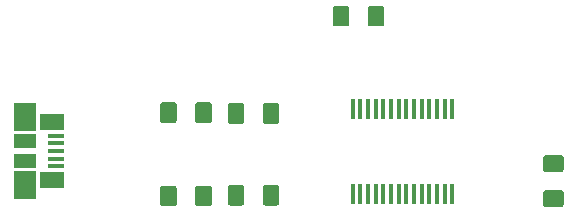
<source format=gbr>
%TF.GenerationSoftware,KiCad,Pcbnew,5.1.4-3.fc30*%
%TF.CreationDate,2019-10-19T14:32:08+02:00*%
%TF.ProjectId,ft232rl_converter_v1,66743233-3272-46c5-9f63-6f6e76657274,1.0*%
%TF.SameCoordinates,PX4fefde0PY4d83c00*%
%TF.FileFunction,Paste,Top*%
%TF.FilePolarity,Positive*%
%FSLAX46Y46*%
G04 Gerber Fmt 4.6, Leading zero omitted, Abs format (unit mm)*
G04 Created by KiCad (PCBNEW 5.1.4-3.fc30) date 2019-10-19 14:32:08*
%MOMM*%
%LPD*%
G04 APERTURE LIST*
%ADD10R,0.450000X1.750000*%
%ADD11C,0.150000*%
%ADD12C,1.425000*%
%ADD13R,1.900000X1.175000*%
%ADD14R,1.900000X2.375000*%
%ADD15R,2.100000X1.475000*%
%ADD16R,1.380000X0.450000*%
G04 APERTURE END LIST*
D10*
%TO.C,U1*%
X39070000Y12275000D03*
X38420000Y12275000D03*
X37770000Y12275000D03*
X37120000Y12275000D03*
X36470000Y12275000D03*
X35820000Y12275000D03*
X35170000Y12275000D03*
X34520000Y12275000D03*
X33870000Y12275000D03*
X33220000Y12275000D03*
X32570000Y12275000D03*
X31920000Y12275000D03*
X31270000Y12275000D03*
X30620000Y12275000D03*
X30620000Y19475000D03*
X31270000Y19475000D03*
X31920000Y19475000D03*
X32570000Y19475000D03*
X33220000Y19475000D03*
X33870000Y19475000D03*
X34520000Y19475000D03*
X35170000Y19475000D03*
X35820000Y19475000D03*
X36470000Y19475000D03*
X37120000Y19475000D03*
X37770000Y19475000D03*
X38420000Y19475000D03*
X39070000Y19475000D03*
%TD*%
D11*
%TO.C,FB1*%
G36*
X15509504Y20000496D02*
G01*
X15533773Y19996896D01*
X15557571Y19990935D01*
X15580671Y19982670D01*
X15602849Y19972180D01*
X15623893Y19959567D01*
X15643598Y19944953D01*
X15661777Y19928477D01*
X15678253Y19910298D01*
X15692867Y19890593D01*
X15705480Y19869549D01*
X15715970Y19847371D01*
X15724235Y19824271D01*
X15730196Y19800473D01*
X15733796Y19776204D01*
X15735000Y19751700D01*
X15735000Y18501700D01*
X15733796Y18477196D01*
X15730196Y18452927D01*
X15724235Y18429129D01*
X15715970Y18406029D01*
X15705480Y18383851D01*
X15692867Y18362807D01*
X15678253Y18343102D01*
X15661777Y18324923D01*
X15643598Y18308447D01*
X15623893Y18293833D01*
X15602849Y18281220D01*
X15580671Y18270730D01*
X15557571Y18262465D01*
X15533773Y18256504D01*
X15509504Y18252904D01*
X15485000Y18251700D01*
X14560000Y18251700D01*
X14535496Y18252904D01*
X14511227Y18256504D01*
X14487429Y18262465D01*
X14464329Y18270730D01*
X14442151Y18281220D01*
X14421107Y18293833D01*
X14401402Y18308447D01*
X14383223Y18324923D01*
X14366747Y18343102D01*
X14352133Y18362807D01*
X14339520Y18383851D01*
X14329030Y18406029D01*
X14320765Y18429129D01*
X14314804Y18452927D01*
X14311204Y18477196D01*
X14310000Y18501700D01*
X14310000Y19751700D01*
X14311204Y19776204D01*
X14314804Y19800473D01*
X14320765Y19824271D01*
X14329030Y19847371D01*
X14339520Y19869549D01*
X14352133Y19890593D01*
X14366747Y19910298D01*
X14383223Y19928477D01*
X14401402Y19944953D01*
X14421107Y19959567D01*
X14442151Y19972180D01*
X14464329Y19982670D01*
X14487429Y19990935D01*
X14511227Y19996896D01*
X14535496Y20000496D01*
X14560000Y20001700D01*
X15485000Y20001700D01*
X15509504Y20000496D01*
X15509504Y20000496D01*
G37*
D12*
X15022500Y19126700D03*
D11*
G36*
X18484504Y20000496D02*
G01*
X18508773Y19996896D01*
X18532571Y19990935D01*
X18555671Y19982670D01*
X18577849Y19972180D01*
X18598893Y19959567D01*
X18618598Y19944953D01*
X18636777Y19928477D01*
X18653253Y19910298D01*
X18667867Y19890593D01*
X18680480Y19869549D01*
X18690970Y19847371D01*
X18699235Y19824271D01*
X18705196Y19800473D01*
X18708796Y19776204D01*
X18710000Y19751700D01*
X18710000Y18501700D01*
X18708796Y18477196D01*
X18705196Y18452927D01*
X18699235Y18429129D01*
X18690970Y18406029D01*
X18680480Y18383851D01*
X18667867Y18362807D01*
X18653253Y18343102D01*
X18636777Y18324923D01*
X18618598Y18308447D01*
X18598893Y18293833D01*
X18577849Y18281220D01*
X18555671Y18270730D01*
X18532571Y18262465D01*
X18508773Y18256504D01*
X18484504Y18252904D01*
X18460000Y18251700D01*
X17535000Y18251700D01*
X17510496Y18252904D01*
X17486227Y18256504D01*
X17462429Y18262465D01*
X17439329Y18270730D01*
X17417151Y18281220D01*
X17396107Y18293833D01*
X17376402Y18308447D01*
X17358223Y18324923D01*
X17341747Y18343102D01*
X17327133Y18362807D01*
X17314520Y18383851D01*
X17304030Y18406029D01*
X17295765Y18429129D01*
X17289804Y18452927D01*
X17286204Y18477196D01*
X17285000Y18501700D01*
X17285000Y19751700D01*
X17286204Y19776204D01*
X17289804Y19800473D01*
X17295765Y19824271D01*
X17304030Y19847371D01*
X17314520Y19869549D01*
X17327133Y19890593D01*
X17341747Y19910298D01*
X17358223Y19928477D01*
X17376402Y19944953D01*
X17396107Y19959567D01*
X17417151Y19972180D01*
X17439329Y19982670D01*
X17462429Y19990935D01*
X17486227Y19996896D01*
X17510496Y20000496D01*
X17535000Y20001700D01*
X18460000Y20001700D01*
X18484504Y20000496D01*
X18484504Y20000496D01*
G37*
D12*
X17997500Y19126700D03*
%TD*%
D11*
%TO.C,C1*%
G36*
X24199504Y19923796D02*
G01*
X24223773Y19920196D01*
X24247571Y19914235D01*
X24270671Y19905970D01*
X24292849Y19895480D01*
X24313893Y19882867D01*
X24333598Y19868253D01*
X24351777Y19851777D01*
X24368253Y19833598D01*
X24382867Y19813893D01*
X24395480Y19792849D01*
X24405970Y19770671D01*
X24414235Y19747571D01*
X24420196Y19723773D01*
X24423796Y19699504D01*
X24425000Y19675000D01*
X24425000Y18425000D01*
X24423796Y18400496D01*
X24420196Y18376227D01*
X24414235Y18352429D01*
X24405970Y18329329D01*
X24395480Y18307151D01*
X24382867Y18286107D01*
X24368253Y18266402D01*
X24351777Y18248223D01*
X24333598Y18231747D01*
X24313893Y18217133D01*
X24292849Y18204520D01*
X24270671Y18194030D01*
X24247571Y18185765D01*
X24223773Y18179804D01*
X24199504Y18176204D01*
X24175000Y18175000D01*
X23250000Y18175000D01*
X23225496Y18176204D01*
X23201227Y18179804D01*
X23177429Y18185765D01*
X23154329Y18194030D01*
X23132151Y18204520D01*
X23111107Y18217133D01*
X23091402Y18231747D01*
X23073223Y18248223D01*
X23056747Y18266402D01*
X23042133Y18286107D01*
X23029520Y18307151D01*
X23019030Y18329329D01*
X23010765Y18352429D01*
X23004804Y18376227D01*
X23001204Y18400496D01*
X23000000Y18425000D01*
X23000000Y19675000D01*
X23001204Y19699504D01*
X23004804Y19723773D01*
X23010765Y19747571D01*
X23019030Y19770671D01*
X23029520Y19792849D01*
X23042133Y19813893D01*
X23056747Y19833598D01*
X23073223Y19851777D01*
X23091402Y19868253D01*
X23111107Y19882867D01*
X23132151Y19895480D01*
X23154329Y19905970D01*
X23177429Y19914235D01*
X23201227Y19920196D01*
X23225496Y19923796D01*
X23250000Y19925000D01*
X24175000Y19925000D01*
X24199504Y19923796D01*
X24199504Y19923796D01*
G37*
D12*
X23712500Y19050000D03*
D11*
G36*
X21224504Y19923796D02*
G01*
X21248773Y19920196D01*
X21272571Y19914235D01*
X21295671Y19905970D01*
X21317849Y19895480D01*
X21338893Y19882867D01*
X21358598Y19868253D01*
X21376777Y19851777D01*
X21393253Y19833598D01*
X21407867Y19813893D01*
X21420480Y19792849D01*
X21430970Y19770671D01*
X21439235Y19747571D01*
X21445196Y19723773D01*
X21448796Y19699504D01*
X21450000Y19675000D01*
X21450000Y18425000D01*
X21448796Y18400496D01*
X21445196Y18376227D01*
X21439235Y18352429D01*
X21430970Y18329329D01*
X21420480Y18307151D01*
X21407867Y18286107D01*
X21393253Y18266402D01*
X21376777Y18248223D01*
X21358598Y18231747D01*
X21338893Y18217133D01*
X21317849Y18204520D01*
X21295671Y18194030D01*
X21272571Y18185765D01*
X21248773Y18179804D01*
X21224504Y18176204D01*
X21200000Y18175000D01*
X20275000Y18175000D01*
X20250496Y18176204D01*
X20226227Y18179804D01*
X20202429Y18185765D01*
X20179329Y18194030D01*
X20157151Y18204520D01*
X20136107Y18217133D01*
X20116402Y18231747D01*
X20098223Y18248223D01*
X20081747Y18266402D01*
X20067133Y18286107D01*
X20054520Y18307151D01*
X20044030Y18329329D01*
X20035765Y18352429D01*
X20029804Y18376227D01*
X20026204Y18400496D01*
X20025000Y18425000D01*
X20025000Y19675000D01*
X20026204Y19699504D01*
X20029804Y19723773D01*
X20035765Y19747571D01*
X20044030Y19770671D01*
X20054520Y19792849D01*
X20067133Y19813893D01*
X20081747Y19833598D01*
X20098223Y19851777D01*
X20116402Y19868253D01*
X20136107Y19882867D01*
X20157151Y19895480D01*
X20179329Y19905970D01*
X20202429Y19914235D01*
X20226227Y19920196D01*
X20250496Y19923796D01*
X20275000Y19925000D01*
X21200000Y19925000D01*
X21224504Y19923796D01*
X21224504Y19923796D01*
G37*
D12*
X20737500Y19050000D03*
%TD*%
D11*
%TO.C,C2*%
G36*
X18484504Y12938796D02*
G01*
X18508773Y12935196D01*
X18532571Y12929235D01*
X18555671Y12920970D01*
X18577849Y12910480D01*
X18598893Y12897867D01*
X18618598Y12883253D01*
X18636777Y12866777D01*
X18653253Y12848598D01*
X18667867Y12828893D01*
X18680480Y12807849D01*
X18690970Y12785671D01*
X18699235Y12762571D01*
X18705196Y12738773D01*
X18708796Y12714504D01*
X18710000Y12690000D01*
X18710000Y11440000D01*
X18708796Y11415496D01*
X18705196Y11391227D01*
X18699235Y11367429D01*
X18690970Y11344329D01*
X18680480Y11322151D01*
X18667867Y11301107D01*
X18653253Y11281402D01*
X18636777Y11263223D01*
X18618598Y11246747D01*
X18598893Y11232133D01*
X18577849Y11219520D01*
X18555671Y11209030D01*
X18532571Y11200765D01*
X18508773Y11194804D01*
X18484504Y11191204D01*
X18460000Y11190000D01*
X17535000Y11190000D01*
X17510496Y11191204D01*
X17486227Y11194804D01*
X17462429Y11200765D01*
X17439329Y11209030D01*
X17417151Y11219520D01*
X17396107Y11232133D01*
X17376402Y11246747D01*
X17358223Y11263223D01*
X17341747Y11281402D01*
X17327133Y11301107D01*
X17314520Y11322151D01*
X17304030Y11344329D01*
X17295765Y11367429D01*
X17289804Y11391227D01*
X17286204Y11415496D01*
X17285000Y11440000D01*
X17285000Y12690000D01*
X17286204Y12714504D01*
X17289804Y12738773D01*
X17295765Y12762571D01*
X17304030Y12785671D01*
X17314520Y12807849D01*
X17327133Y12828893D01*
X17341747Y12848598D01*
X17358223Y12866777D01*
X17376402Y12883253D01*
X17396107Y12897867D01*
X17417151Y12910480D01*
X17439329Y12920970D01*
X17462429Y12929235D01*
X17486227Y12935196D01*
X17510496Y12938796D01*
X17535000Y12940000D01*
X18460000Y12940000D01*
X18484504Y12938796D01*
X18484504Y12938796D01*
G37*
D12*
X17997500Y12065000D03*
D11*
G36*
X15509504Y12938796D02*
G01*
X15533773Y12935196D01*
X15557571Y12929235D01*
X15580671Y12920970D01*
X15602849Y12910480D01*
X15623893Y12897867D01*
X15643598Y12883253D01*
X15661777Y12866777D01*
X15678253Y12848598D01*
X15692867Y12828893D01*
X15705480Y12807849D01*
X15715970Y12785671D01*
X15724235Y12762571D01*
X15730196Y12738773D01*
X15733796Y12714504D01*
X15735000Y12690000D01*
X15735000Y11440000D01*
X15733796Y11415496D01*
X15730196Y11391227D01*
X15724235Y11367429D01*
X15715970Y11344329D01*
X15705480Y11322151D01*
X15692867Y11301107D01*
X15678253Y11281402D01*
X15661777Y11263223D01*
X15643598Y11246747D01*
X15623893Y11232133D01*
X15602849Y11219520D01*
X15580671Y11209030D01*
X15557571Y11200765D01*
X15533773Y11194804D01*
X15509504Y11191204D01*
X15485000Y11190000D01*
X14560000Y11190000D01*
X14535496Y11191204D01*
X14511227Y11194804D01*
X14487429Y11200765D01*
X14464329Y11209030D01*
X14442151Y11219520D01*
X14421107Y11232133D01*
X14401402Y11246747D01*
X14383223Y11263223D01*
X14366747Y11281402D01*
X14352133Y11301107D01*
X14339520Y11322151D01*
X14329030Y11344329D01*
X14320765Y11367429D01*
X14314804Y11391227D01*
X14311204Y11415496D01*
X14310000Y11440000D01*
X14310000Y12690000D01*
X14311204Y12714504D01*
X14314804Y12738773D01*
X14320765Y12762571D01*
X14329030Y12785671D01*
X14339520Y12807849D01*
X14352133Y12828893D01*
X14366747Y12848598D01*
X14383223Y12866777D01*
X14401402Y12883253D01*
X14421107Y12897867D01*
X14442151Y12910480D01*
X14464329Y12920970D01*
X14487429Y12929235D01*
X14511227Y12935196D01*
X14535496Y12938796D01*
X14560000Y12940000D01*
X15485000Y12940000D01*
X15509504Y12938796D01*
X15509504Y12938796D01*
G37*
D12*
X15022500Y12065000D03*
%TD*%
D11*
%TO.C,C3*%
G36*
X21224504Y13003796D02*
G01*
X21248773Y13000196D01*
X21272571Y12994235D01*
X21295671Y12985970D01*
X21317849Y12975480D01*
X21338893Y12962867D01*
X21358598Y12948253D01*
X21376777Y12931777D01*
X21393253Y12913598D01*
X21407867Y12893893D01*
X21420480Y12872849D01*
X21430970Y12850671D01*
X21439235Y12827571D01*
X21445196Y12803773D01*
X21448796Y12779504D01*
X21450000Y12755000D01*
X21450000Y11505000D01*
X21448796Y11480496D01*
X21445196Y11456227D01*
X21439235Y11432429D01*
X21430970Y11409329D01*
X21420480Y11387151D01*
X21407867Y11366107D01*
X21393253Y11346402D01*
X21376777Y11328223D01*
X21358598Y11311747D01*
X21338893Y11297133D01*
X21317849Y11284520D01*
X21295671Y11274030D01*
X21272571Y11265765D01*
X21248773Y11259804D01*
X21224504Y11256204D01*
X21200000Y11255000D01*
X20275000Y11255000D01*
X20250496Y11256204D01*
X20226227Y11259804D01*
X20202429Y11265765D01*
X20179329Y11274030D01*
X20157151Y11284520D01*
X20136107Y11297133D01*
X20116402Y11311747D01*
X20098223Y11328223D01*
X20081747Y11346402D01*
X20067133Y11366107D01*
X20054520Y11387151D01*
X20044030Y11409329D01*
X20035765Y11432429D01*
X20029804Y11456227D01*
X20026204Y11480496D01*
X20025000Y11505000D01*
X20025000Y12755000D01*
X20026204Y12779504D01*
X20029804Y12803773D01*
X20035765Y12827571D01*
X20044030Y12850671D01*
X20054520Y12872849D01*
X20067133Y12893893D01*
X20081747Y12913598D01*
X20098223Y12931777D01*
X20116402Y12948253D01*
X20136107Y12962867D01*
X20157151Y12975480D01*
X20179329Y12985970D01*
X20202429Y12994235D01*
X20226227Y13000196D01*
X20250496Y13003796D01*
X20275000Y13005000D01*
X21200000Y13005000D01*
X21224504Y13003796D01*
X21224504Y13003796D01*
G37*
D12*
X20737500Y12130000D03*
D11*
G36*
X24199504Y13003796D02*
G01*
X24223773Y13000196D01*
X24247571Y12994235D01*
X24270671Y12985970D01*
X24292849Y12975480D01*
X24313893Y12962867D01*
X24333598Y12948253D01*
X24351777Y12931777D01*
X24368253Y12913598D01*
X24382867Y12893893D01*
X24395480Y12872849D01*
X24405970Y12850671D01*
X24414235Y12827571D01*
X24420196Y12803773D01*
X24423796Y12779504D01*
X24425000Y12755000D01*
X24425000Y11505000D01*
X24423796Y11480496D01*
X24420196Y11456227D01*
X24414235Y11432429D01*
X24405970Y11409329D01*
X24395480Y11387151D01*
X24382867Y11366107D01*
X24368253Y11346402D01*
X24351777Y11328223D01*
X24333598Y11311747D01*
X24313893Y11297133D01*
X24292849Y11284520D01*
X24270671Y11274030D01*
X24247571Y11265765D01*
X24223773Y11259804D01*
X24199504Y11256204D01*
X24175000Y11255000D01*
X23250000Y11255000D01*
X23225496Y11256204D01*
X23201227Y11259804D01*
X23177429Y11265765D01*
X23154329Y11274030D01*
X23132151Y11284520D01*
X23111107Y11297133D01*
X23091402Y11311747D01*
X23073223Y11328223D01*
X23056747Y11346402D01*
X23042133Y11366107D01*
X23029520Y11387151D01*
X23019030Y11409329D01*
X23010765Y11432429D01*
X23004804Y11456227D01*
X23001204Y11480496D01*
X23000000Y11505000D01*
X23000000Y12755000D01*
X23001204Y12779504D01*
X23004804Y12803773D01*
X23010765Y12827571D01*
X23019030Y12850671D01*
X23029520Y12872849D01*
X23042133Y12893893D01*
X23056747Y12913598D01*
X23073223Y12931777D01*
X23091402Y12948253D01*
X23111107Y12962867D01*
X23132151Y12975480D01*
X23154329Y12985970D01*
X23177429Y12994235D01*
X23201227Y13000196D01*
X23225496Y13003796D01*
X23250000Y13005000D01*
X24175000Y13005000D01*
X24199504Y13003796D01*
X24199504Y13003796D01*
G37*
D12*
X23712500Y12130000D03*
%TD*%
D11*
%TO.C,C4*%
G36*
X48274504Y12558796D02*
G01*
X48298773Y12555196D01*
X48322571Y12549235D01*
X48345671Y12540970D01*
X48367849Y12530480D01*
X48388893Y12517867D01*
X48408598Y12503253D01*
X48426777Y12486777D01*
X48443253Y12468598D01*
X48457867Y12448893D01*
X48470480Y12427849D01*
X48480970Y12405671D01*
X48489235Y12382571D01*
X48495196Y12358773D01*
X48498796Y12334504D01*
X48500000Y12310000D01*
X48500000Y11385000D01*
X48498796Y11360496D01*
X48495196Y11336227D01*
X48489235Y11312429D01*
X48480970Y11289329D01*
X48470480Y11267151D01*
X48457867Y11246107D01*
X48443253Y11226402D01*
X48426777Y11208223D01*
X48408598Y11191747D01*
X48388893Y11177133D01*
X48367849Y11164520D01*
X48345671Y11154030D01*
X48322571Y11145765D01*
X48298773Y11139804D01*
X48274504Y11136204D01*
X48250000Y11135000D01*
X47000000Y11135000D01*
X46975496Y11136204D01*
X46951227Y11139804D01*
X46927429Y11145765D01*
X46904329Y11154030D01*
X46882151Y11164520D01*
X46861107Y11177133D01*
X46841402Y11191747D01*
X46823223Y11208223D01*
X46806747Y11226402D01*
X46792133Y11246107D01*
X46779520Y11267151D01*
X46769030Y11289329D01*
X46760765Y11312429D01*
X46754804Y11336227D01*
X46751204Y11360496D01*
X46750000Y11385000D01*
X46750000Y12310000D01*
X46751204Y12334504D01*
X46754804Y12358773D01*
X46760765Y12382571D01*
X46769030Y12405671D01*
X46779520Y12427849D01*
X46792133Y12448893D01*
X46806747Y12468598D01*
X46823223Y12486777D01*
X46841402Y12503253D01*
X46861107Y12517867D01*
X46882151Y12530480D01*
X46904329Y12540970D01*
X46927429Y12549235D01*
X46951227Y12555196D01*
X46975496Y12558796D01*
X47000000Y12560000D01*
X48250000Y12560000D01*
X48274504Y12558796D01*
X48274504Y12558796D01*
G37*
D12*
X47625000Y11847500D03*
D11*
G36*
X48274504Y15533796D02*
G01*
X48298773Y15530196D01*
X48322571Y15524235D01*
X48345671Y15515970D01*
X48367849Y15505480D01*
X48388893Y15492867D01*
X48408598Y15478253D01*
X48426777Y15461777D01*
X48443253Y15443598D01*
X48457867Y15423893D01*
X48470480Y15402849D01*
X48480970Y15380671D01*
X48489235Y15357571D01*
X48495196Y15333773D01*
X48498796Y15309504D01*
X48500000Y15285000D01*
X48500000Y14360000D01*
X48498796Y14335496D01*
X48495196Y14311227D01*
X48489235Y14287429D01*
X48480970Y14264329D01*
X48470480Y14242151D01*
X48457867Y14221107D01*
X48443253Y14201402D01*
X48426777Y14183223D01*
X48408598Y14166747D01*
X48388893Y14152133D01*
X48367849Y14139520D01*
X48345671Y14129030D01*
X48322571Y14120765D01*
X48298773Y14114804D01*
X48274504Y14111204D01*
X48250000Y14110000D01*
X47000000Y14110000D01*
X46975496Y14111204D01*
X46951227Y14114804D01*
X46927429Y14120765D01*
X46904329Y14129030D01*
X46882151Y14139520D01*
X46861107Y14152133D01*
X46841402Y14166747D01*
X46823223Y14183223D01*
X46806747Y14201402D01*
X46792133Y14221107D01*
X46779520Y14242151D01*
X46769030Y14264329D01*
X46760765Y14287429D01*
X46754804Y14311227D01*
X46751204Y14335496D01*
X46750000Y14360000D01*
X46750000Y15285000D01*
X46751204Y15309504D01*
X46754804Y15333773D01*
X46760765Y15357571D01*
X46769030Y15380671D01*
X46779520Y15402849D01*
X46792133Y15423893D01*
X46806747Y15443598D01*
X46823223Y15461777D01*
X46841402Y15478253D01*
X46861107Y15492867D01*
X46882151Y15505480D01*
X46904329Y15515970D01*
X46927429Y15524235D01*
X46951227Y15530196D01*
X46975496Y15533796D01*
X47000000Y15535000D01*
X48250000Y15535000D01*
X48274504Y15533796D01*
X48274504Y15533796D01*
G37*
D12*
X47625000Y14822500D03*
%TD*%
D13*
%TO.C,J1*%
X2880000Y15035000D03*
X2880000Y16715000D03*
D14*
X2880000Y12965000D03*
X2880000Y18785000D03*
D15*
X5180000Y13412500D03*
X5180000Y18337500D03*
D16*
X5540000Y14575000D03*
X5540000Y15225000D03*
X5540000Y15875000D03*
X5540000Y16525000D03*
X5540000Y17175000D03*
%TD*%
D11*
%TO.C,R1*%
G36*
X30114504Y28178796D02*
G01*
X30138773Y28175196D01*
X30162571Y28169235D01*
X30185671Y28160970D01*
X30207849Y28150480D01*
X30228893Y28137867D01*
X30248598Y28123253D01*
X30266777Y28106777D01*
X30283253Y28088598D01*
X30297867Y28068893D01*
X30310480Y28047849D01*
X30320970Y28025671D01*
X30329235Y28002571D01*
X30335196Y27978773D01*
X30338796Y27954504D01*
X30340000Y27930000D01*
X30340000Y26680000D01*
X30338796Y26655496D01*
X30335196Y26631227D01*
X30329235Y26607429D01*
X30320970Y26584329D01*
X30310480Y26562151D01*
X30297867Y26541107D01*
X30283253Y26521402D01*
X30266777Y26503223D01*
X30248598Y26486747D01*
X30228893Y26472133D01*
X30207849Y26459520D01*
X30185671Y26449030D01*
X30162571Y26440765D01*
X30138773Y26434804D01*
X30114504Y26431204D01*
X30090000Y26430000D01*
X29165000Y26430000D01*
X29140496Y26431204D01*
X29116227Y26434804D01*
X29092429Y26440765D01*
X29069329Y26449030D01*
X29047151Y26459520D01*
X29026107Y26472133D01*
X29006402Y26486747D01*
X28988223Y26503223D01*
X28971747Y26521402D01*
X28957133Y26541107D01*
X28944520Y26562151D01*
X28934030Y26584329D01*
X28925765Y26607429D01*
X28919804Y26631227D01*
X28916204Y26655496D01*
X28915000Y26680000D01*
X28915000Y27930000D01*
X28916204Y27954504D01*
X28919804Y27978773D01*
X28925765Y28002571D01*
X28934030Y28025671D01*
X28944520Y28047849D01*
X28957133Y28068893D01*
X28971747Y28088598D01*
X28988223Y28106777D01*
X29006402Y28123253D01*
X29026107Y28137867D01*
X29047151Y28150480D01*
X29069329Y28160970D01*
X29092429Y28169235D01*
X29116227Y28175196D01*
X29140496Y28178796D01*
X29165000Y28180000D01*
X30090000Y28180000D01*
X30114504Y28178796D01*
X30114504Y28178796D01*
G37*
D12*
X29627500Y27305000D03*
D11*
G36*
X33089504Y28178796D02*
G01*
X33113773Y28175196D01*
X33137571Y28169235D01*
X33160671Y28160970D01*
X33182849Y28150480D01*
X33203893Y28137867D01*
X33223598Y28123253D01*
X33241777Y28106777D01*
X33258253Y28088598D01*
X33272867Y28068893D01*
X33285480Y28047849D01*
X33295970Y28025671D01*
X33304235Y28002571D01*
X33310196Y27978773D01*
X33313796Y27954504D01*
X33315000Y27930000D01*
X33315000Y26680000D01*
X33313796Y26655496D01*
X33310196Y26631227D01*
X33304235Y26607429D01*
X33295970Y26584329D01*
X33285480Y26562151D01*
X33272867Y26541107D01*
X33258253Y26521402D01*
X33241777Y26503223D01*
X33223598Y26486747D01*
X33203893Y26472133D01*
X33182849Y26459520D01*
X33160671Y26449030D01*
X33137571Y26440765D01*
X33113773Y26434804D01*
X33089504Y26431204D01*
X33065000Y26430000D01*
X32140000Y26430000D01*
X32115496Y26431204D01*
X32091227Y26434804D01*
X32067429Y26440765D01*
X32044329Y26449030D01*
X32022151Y26459520D01*
X32001107Y26472133D01*
X31981402Y26486747D01*
X31963223Y26503223D01*
X31946747Y26521402D01*
X31932133Y26541107D01*
X31919520Y26562151D01*
X31909030Y26584329D01*
X31900765Y26607429D01*
X31894804Y26631227D01*
X31891204Y26655496D01*
X31890000Y26680000D01*
X31890000Y27930000D01*
X31891204Y27954504D01*
X31894804Y27978773D01*
X31900765Y28002571D01*
X31909030Y28025671D01*
X31919520Y28047849D01*
X31932133Y28068893D01*
X31946747Y28088598D01*
X31963223Y28106777D01*
X31981402Y28123253D01*
X32001107Y28137867D01*
X32022151Y28150480D01*
X32044329Y28160970D01*
X32067429Y28169235D01*
X32091227Y28175196D01*
X32115496Y28178796D01*
X32140000Y28180000D01*
X33065000Y28180000D01*
X33089504Y28178796D01*
X33089504Y28178796D01*
G37*
D12*
X32602500Y27305000D03*
%TD*%
M02*

</source>
